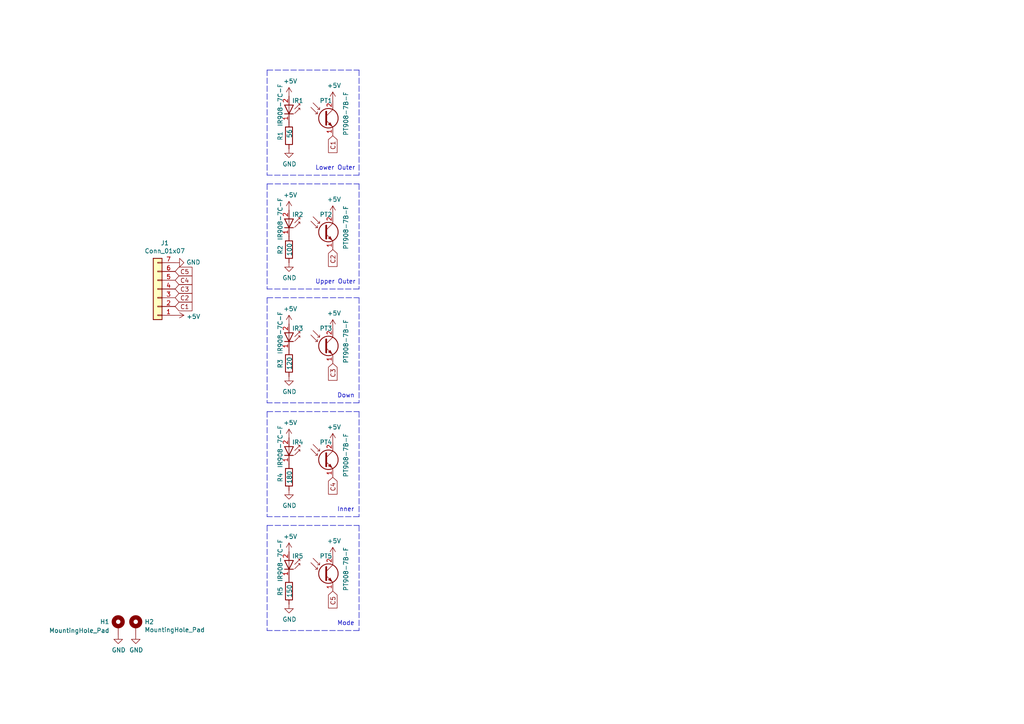
<source format=kicad_sch>
(kicad_sch (version 20211123) (generator eeschema)
  (paper "A4")
  (lib_symbols
    (symbol "Connector_Generic:Conn_01x07" (pin_names (offset 1.016) hide)
      (property "Reference" "J" (at 0 10.16 0))
      (property "Value" "Conn_01x07" (at 0 -10.16 0))
      (symbol "Conn_01x07_1_1"
        (rectangle (start -1.27 -7.493) (end 0 -7.747) (stroke (width 0.1524)))
        (rectangle (start -1.27 -4.953) (end 0 -5.207) (stroke (width 0.1524)))
        (rectangle (start -1.27 -2.413) (end 0 -2.667) (stroke (width 0.1524)))
        (rectangle (start -1.27 0.127) (end 0 -0.127) (stroke (width 0.1524)))
        (rectangle (start -1.27 2.667) (end 0 2.413) (stroke (width 0.1524)))
        (rectangle (start -1.27 5.207) (end 0 4.953) (stroke (width 0.1524)))
        (rectangle (start -1.27 7.747) (end 0 7.493) (stroke (width 0.1524)))
        (rectangle (start -1.27 8.89) (end 1.27 -8.89) (stroke (width 0.254)) (fill (type background)))
        (pin passive line (at -5.08 7.62 0) (length 3.81) (name "Pin_1") (number "1"))
        (pin passive line (at -5.08 5.08 0) (length 3.81) (name "Pin_2") (number "2"))
        (pin passive line (at -5.08 2.54 0) (length 3.81) (name "Pin_3") (number "3"))
        (pin passive line (at -5.08 0 0) (length 3.81) (name "Pin_4") (number "4"))
        (pin passive line (at -5.08 -2.54 0) (length 3.81) (name "Pin_5") (number "5"))
        (pin passive line (at -5.08 -5.08 0) (length 3.81) (name "Pin_6") (number "6"))
        (pin passive line (at -5.08 -7.62 0) (length 3.81) (name "Pin_7") (number "7"))
      )
    )
    (symbol "Device:R" (pin_numbers hide) (pin_names (offset 0))
      (property "Reference" "R" (at 2.032 0 90))
      (property "Value" "R" (at 0 0 90))
      (symbol "R_0_1"
        (rectangle (start -1.016 -2.54) (end 1.016 2.54) (stroke (width 0.254)))
      )
      (symbol "R_1_1"
        (pin passive line (at 0 3.81 270) (length 1.27) (name "~") (number "1"))
        (pin passive line (at 0 -3.81 90) (length 1.27) (name "~") (number "2"))
      )
    )
    (symbol "Mechanical:MountingHole_Pad" (pin_numbers hide) (pin_names (offset 1.016) hide)
      (property "Reference" "H" (at 0 6.35 0))
      (property "Value" "MountingHole_Pad" (at 0 4.445 0))
      (symbol "MountingHole_Pad_0_1"
        (circle (center 0 1.27) (radius 1.27) (stroke (width 1.27)))
      )
      (symbol "MountingHole_Pad_1_1"
        (pin input line (at 0 -2.54 90) (length 2.54) (name "1") (number "1"))
      )
    )
    (symbol "lalboard:IR908-7C-F" (pin_names (offset 1.016) hide)
      (property "Reference" "D" (at 1.778 3.048 0))
      (property "Value" "IR908-7C-F" (at -1.016 -2.794 0))
      (symbol "IR908-7C-F_0_1"
        (polyline (pts (xy -2.54 0) (xy 0 0)))
        (polyline (pts (xy -2.54 1.27) (xy -2.54 -1.27)) (stroke (width 0.254)))
        (polyline (pts (xy 0.381 3.175) (xy -0.127 3.175)))
        (polyline (pts (xy -1.143 1.651) (xy 0.381 3.175) (xy 0.381 2.667)))
        (polyline (pts (xy 0 -1.27) (xy 0 1.27) (xy -2.54 0) (xy 0 -1.27)) (stroke (width 0.254)))
        (polyline (pts (xy -2.413 1.651) (xy -0.889 3.175) (xy -0.889 2.667) (xy -0.889 3.175) (xy -1.397 3.175)))
      )
      (symbol "IR908-7C-F_1_1"
        (pin passive line (at -5.08 0 0) (length 2.54) (name "K") (number "1"))
        (pin passive line (at 2.54 0 180) (length 2.54) (name "A") (number "2"))
      )
    )
    (symbol "lalboard:PT908-7B-F" (pin_names (offset 0) hide)
      (property "Reference" "Q" (at 5.08 1.27 0))
      (property "Value" "PT908-7B-F" (at 5.08 -1.27 0))
      (symbol "PT908-7B-F_0_1"
        (polyline (pts (xy -1.905 1.27) (xy -2.54 1.27)))
        (polyline (pts (xy -1.27 2.54) (xy -1.905 2.54)))
        (polyline (pts (xy 0.635 0.635) (xy 2.54 2.54)))
        (polyline (pts (xy -3.81 3.175) (xy -1.905 1.27) (xy -1.905 1.905)))
        (polyline (pts (xy -3.175 4.445) (xy -1.27 2.54) (xy -1.27 3.175)))
        (polyline (pts (xy 0.635 -0.635) (xy 2.54 -2.54) (xy 2.54 -2.54)))
        (polyline (pts (xy 0.635 1.905) (xy 0.635 -1.905) (xy 0.635 -1.905)) (stroke (width 0.508)))
        (polyline (pts (xy 1.27 -1.778) (xy 1.778 -1.27) (xy 2.286 -2.286) (xy 1.27 -1.778) (xy 1.27 -1.778)) (fill (type outline)))
        (circle (center 1.27 0) (radius 2.8194) (stroke (width 0.254)))
      )
      (symbol "PT908-7B-F_1_1"
        (pin passive line (at 2.54 -5.08 90) (length 2.54) (name "E") (number "1"))
        (pin passive line (at 2.54 5.08 270) (length 2.54) (name "C") (number "2"))
      )
    )
    (symbol "power:+5V" (power) (pin_names (offset 0))
      (property "Value" "+5V" (at 0 3.556 0))
      (symbol "+5V_0_1"
        (polyline (pts (xy -0.762 1.27) (xy 0 2.54)))
        (polyline (pts (xy 0 0) (xy 0 2.54)))
        (polyline (pts (xy 0 2.54) (xy 0.762 1.27)))
      )
      (symbol "+5V_1_1"
        (pin power_in line (at 0 0 90) (length 0) hide (name "+5V") (number "1"))
      )
    )
    (symbol "power:GND" (power) (pin_names (offset 0))
      (property "Value" "GND" (at 0 -3.81 0))
      (symbol "GND_0_1"
        (polyline (pts (xy 0 0) (xy 0 -1.27) (xy 1.27 -1.27) (xy 0 -2.54) (xy -1.27 -1.27) (xy 0 -1.27)))
      )
      (symbol "GND_1_1"
        (pin power_in line (at 0 0 270) (length 0) hide (name "GND") (number "1"))
      )
    )
  )
  (polyline (pts (xy 77.47 119.38) (xy 77.47 149.86)))
  (polyline (pts (xy 104.14 83.82) (xy 77.47 83.82)))
  (polyline (pts (xy 104.14 20.32) (xy 104.14 50.8)))
  (polyline (pts (xy 104.14 152.4) (xy 104.14 182.88)))
  (polyline (pts (xy 104.14 182.88) (xy 77.47 182.88)))
  (polyline (pts (xy 77.47 86.36) (xy 104.14 86.36)))
  (polyline (pts (xy 77.47 53.34) (xy 77.47 83.82)))
  (polyline (pts (xy 104.14 86.36) (xy 104.14 116.84)))
  (polyline (pts (xy 77.47 152.4) (xy 104.14 152.4)))
  (polyline (pts (xy 104.14 149.86) (xy 77.47 149.86)))
  (polyline (pts (xy 77.47 20.32) (xy 104.14 20.32)))
  (polyline (pts (xy 77.47 20.32) (xy 77.47 50.8)))
  (polyline (pts (xy 77.47 86.36) (xy 77.47 116.84)))
  (polyline (pts (xy 77.47 119.38) (xy 104.14 119.38)))
  (polyline (pts (xy 104.14 50.8) (xy 77.47 50.8)))
  (polyline (pts (xy 77.47 53.34) (xy 104.14 53.34)))
  (polyline (pts (xy 104.14 119.38) (xy 104.14 149.86)))
  (polyline (pts (xy 104.14 53.34) (xy 104.14 83.82)))
  (polyline (pts (xy 77.47 152.4) (xy 77.47 182.88)))
  (polyline (pts (xy 104.14 116.84) (xy 77.47 116.84)))
  (text "Lower Outer" (at 91.44 49.53 0) (effects (font (size 1.27 1.27)) (justify left bottom)))
  (text "Inner" (at 97.79 148.59 0) (effects (font (size 1.27 1.27)) (justify left bottom)))
  (text "Upper Outer" (at 91.44 82.55 0) (effects (font (size 1.27 1.27)) (justify left bottom)))
  (text "Down" (at 97.79 115.57 0) (effects (font (size 1.27 1.27)) (justify left bottom)))
  (text "Mode" (at 97.79 181.61 0) (effects (font (size 1.27 1.27)) (justify left bottom)))
  (global_label "C2" (shape input) (at 96.52 72.39 270) (property "Intersheet References" "${INTERSHEET_REFS}" (effects hide)))
  (global_label "C5" (shape input) (at 50.8 78.74 0) (property "Intersheet References" "${INTERSHEET_REFS}" (effects hide)))
  (global_label "C5" (shape input) (at 96.52 171.45 270) (property "Intersheet References" "${INTERSHEET_REFS}" (effects hide)))
  (global_label "C3" (shape input) (at 50.8 83.82 0) (property "Intersheet References" "${INTERSHEET_REFS}" (effects hide)))
  (global_label "C1" (shape input) (at 96.52 39.37 270) (property "Intersheet References" "${INTERSHEET_REFS}" (effects hide)))
  (global_label "C4" (shape input) (at 96.52 138.43 270) (property "Intersheet References" "${INTERSHEET_REFS}" (effects hide)))
  (global_label "C3" (shape input) (at 96.52 105.41 270) (property "Intersheet References" "${INTERSHEET_REFS}" (effects hide)))
  (global_label "C1" (shape input) (at 50.8 88.9 0) (property "Intersheet References" "${INTERSHEET_REFS}" (effects hide)))
  (global_label "C4" (shape input) (at 50.8 81.28 0) (property "Intersheet References" "${INTERSHEET_REFS}" (effects hide)))
  (global_label "C2" (shape input) (at 50.8 86.36 0) (property "Intersheet References" "${INTERSHEET_REFS}" (effects hide)))
  (symbol (lib_id "Connector_Generic:Conn_01x07") (at 45.72 83.82 180) (unit 1)
    (property "Reference" "J1" (at 47.8028 70.485 0))
    (property "Value" "Conn_01x07" (at 47.8028 72.7964 0))
    (property "Footprint" "lalboard:JST_ZH_B7B-ZR_1x07_P1.50mm_Vertical" (effects hide))
  )
  (symbol (lib_id "lalboard:IR908-7C-F") (at 83.82 30.48 270) (mirror x) (unit 1)
    (property "Reference" "IR1" (at 86.36 29.21 90))
    (property "Value" "IR908-7C-F" (at 81.28 30.48 0))
    (property "Footprint" "lalboard:IR908-7C-F" (effects hide))
    (property "Datasheet" "https://www.everlight.com/file/ProductFile/201407052136280483.pdf" (effects hide))
  )
  (symbol (lib_id "lalboard:PT908-7B-F") (at 93.98 34.29 0) (unit 1)
    (property "Reference" "PT1" (at 92.71 29.21 0) (effects (justify left)))
    (property "Value" "PT908-7B-F" (at 100.33 39.37 90) (effects (justify left)))
    (property "Footprint" "lalboard:PT908-7C-F" (effects hide))
    (property "Datasheet" "https://www.everlight.com/file/ProductFile/PT908-7B-F.pdf" (effects hide))
  )
  (symbol (lib_id "Device:R") (at 83.82 39.37 180) (unit 1)
    (property "Reference" "R1" (at 81.28 38.1 90) (effects (justify left)))
    (property "Value" "56" (at 83.9724 37.4396 90) (effects (justify left)))
    (property "Footprint" "Resistor_SMD:R_1206_3216Metric_Pad1.42x1.75mm_HandSolder" (effects hide))
  )
  (symbol (lib_id "power:+5V") (at 83.82 27.94 0) (unit 1)
    (property "Reference" "#PWR08" (effects hide))
    (property "Value" "+5V" (at 84.201 23.5458 0))
  )
  (symbol (lib_id "power:+5V") (at 96.52 29.21 0) (unit 1)
    (property "Reference" "#PWR013" (effects hide))
    (property "Value" "+5V" (at 96.901 24.8158 0))
  )
  (symbol (lib_id "power:GND") (at 83.82 43.18 0) (unit 1)
    (property "Reference" "#PWR03" (effects hide))
    (property "Value" "GND" (at 83.947 47.5742 0))
  )
  (symbol (lib_id "power:GND") (at 50.8 76.2 90) (unit 1)
    (property "Reference" "#PWR01" (effects hide))
    (property "Value" "GND" (at 54.0512 76.073 90) (effects (justify right)))
  )
  (symbol (lib_id "power:+5V") (at 50.8 91.44 270) (unit 1)
    (property "Reference" "#PWR02" (effects hide))
    (property "Value" "+5V" (at 54.0512 91.821 90) (effects (justify left)))
  )
  (symbol (lib_id "lalboard:PT908-7B-F") (at 93.98 67.31 0) (unit 1)
    (property "Reference" "PT2" (at 92.71 62.23 0) (effects (justify left)))
    (property "Value" "PT908-7B-F" (at 100.33 72.39 90) (effects (justify left)))
    (property "Footprint" "lalboard:PT908-7C-F" (effects hide))
    (property "Datasheet" "https://www.everlight.com/file/ProductFile/PT908-7B-F.pdf" (effects hide))
  )
  (symbol (lib_id "power:+5V") (at 83.82 60.96 0) (unit 1)
    (property "Reference" "#PWR0101" (effects hide))
    (property "Value" "+5V" (at 84.201 56.5658 0))
  )
  (symbol (lib_id "Device:R") (at 83.82 72.39 180) (unit 1)
    (property "Reference" "R2" (at 81.28 71.12 90) (effects (justify left)))
    (property "Value" "100" (at 83.9724 70.4596 90) (effects (justify left)))
    (property "Footprint" "Resistor_SMD:R_1206_3216Metric_Pad1.42x1.75mm_HandSolder" (effects hide))
  )
  (symbol (lib_id "lalboard:IR908-7C-F") (at 83.82 63.5 270) (mirror x) (unit 1)
    (property "Reference" "IR2" (at 86.36 62.23 90))
    (property "Value" "IR908-7C-F" (at 81.28 63.5 0))
    (property "Footprint" "lalboard:IR908-7C-F" (effects hide))
    (property "Datasheet" "https://www.everlight.com/file/ProductFile/201407052136280483.pdf" (effects hide))
  )
  (symbol (lib_id "power:GND") (at 83.82 76.2 0) (unit 1)
    (property "Reference" "#PWR0102" (effects hide))
    (property "Value" "GND" (at 83.947 80.5942 0))
  )
  (symbol (lib_id "power:+5V") (at 96.52 62.23 0) (unit 1)
    (property "Reference" "#PWR0103" (effects hide))
    (property "Value" "+5V" (at 96.901 57.8358 0))
  )
  (symbol (lib_id "lalboard:PT908-7B-F") (at 93.98 100.33 0) (unit 1)
    (property "Reference" "PT3" (at 92.71 95.25 0) (effects (justify left)))
    (property "Value" "PT908-7B-F" (at 100.33 105.41 90) (effects (justify left)))
    (property "Footprint" "lalboard:PT908-7C-F" (effects hide))
    (property "Datasheet" "https://www.everlight.com/file/ProductFile/PT908-7B-F.pdf" (effects hide))
  )
  (symbol (lib_id "power:+5V") (at 83.82 93.98 0) (unit 1)
    (property "Reference" "#PWR0104" (effects hide))
    (property "Value" "+5V" (at 84.201 89.5858 0))
  )
  (symbol (lib_id "Device:R") (at 83.82 105.41 180) (unit 1)
    (property "Reference" "R3" (at 81.28 104.14 90) (effects (justify left)))
    (property "Value" "120" (at 83.9724 103.4796 90) (effects (justify left)))
    (property "Footprint" "Resistor_SMD:R_1206_3216Metric_Pad1.42x1.75mm_HandSolder" (effects hide))
  )
  (symbol (lib_id "lalboard:IR908-7C-F") (at 83.82 96.52 270) (mirror x) (unit 1)
    (property "Reference" "IR3" (at 86.36 95.25 90))
    (property "Value" "IR908-7C-F" (at 81.28 96.52 0))
    (property "Footprint" "lalboard:IR908-7C-F" (effects hide))
    (property "Datasheet" "https://www.everlight.com/file/ProductFile/201407052136280483.pdf" (effects hide))
  )
  (symbol (lib_id "power:GND") (at 83.82 109.22 0) (unit 1)
    (property "Reference" "#PWR0105" (effects hide))
    (property "Value" "GND" (at 83.947 113.6142 0))
  )
  (symbol (lib_id "power:+5V") (at 96.52 95.25 0) (unit 1)
    (property "Reference" "#PWR0106" (effects hide))
    (property "Value" "+5V" (at 96.901 90.8558 0))
  )
  (symbol (lib_id "lalboard:PT908-7B-F") (at 93.98 133.35 0) (unit 1)
    (property "Reference" "PT4" (at 92.71 128.27 0) (effects (justify left)))
    (property "Value" "PT908-7B-F" (at 100.33 138.43 90) (effects (justify left)))
    (property "Footprint" "lalboard:PT908-7C-F" (effects hide))
    (property "Datasheet" "https://www.everlight.com/file/ProductFile/PT908-7B-F.pdf" (effects hide))
  )
  (symbol (lib_id "power:+5V") (at 83.82 127 0) (unit 1)
    (property "Reference" "#PWR0107" (effects hide))
    (property "Value" "+5V" (at 84.201 122.6058 0))
  )
  (symbol (lib_id "Device:R") (at 83.82 138.43 180) (unit 1)
    (property "Reference" "R4" (at 81.28 137.16 90) (effects (justify left)))
    (property "Value" "180" (at 83.9724 136.4996 90) (effects (justify left)))
    (property "Footprint" "Resistor_SMD:R_1206_3216Metric_Pad1.42x1.75mm_HandSolder" (effects hide))
  )
  (symbol (lib_id "lalboard:IR908-7C-F") (at 83.82 129.54 270) (mirror x) (unit 1)
    (property "Reference" "IR4" (at 86.36 128.27 90))
    (property "Value" "IR908-7C-F" (at 81.28 129.54 0))
    (property "Footprint" "lalboard:IR908-7C-F" (effects hide))
    (property "Datasheet" "https://www.everlight.com/file/ProductFile/201407052136280483.pdf" (effects hide))
  )
  (symbol (lib_id "power:GND") (at 83.82 142.24 0) (unit 1)
    (property "Reference" "#PWR0108" (effects hide))
    (property "Value" "GND" (at 83.947 146.6342 0))
  )
  (symbol (lib_id "power:+5V") (at 96.52 128.27 0) (unit 1)
    (property "Reference" "#PWR0109" (effects hide))
    (property "Value" "+5V" (at 96.901 123.8758 0))
  )
  (symbol (lib_id "lalboard:PT908-7B-F") (at 93.98 166.37 0) (unit 1)
    (property "Reference" "PT5" (at 92.71 161.29 0) (effects (justify left)))
    (property "Value" "PT908-7B-F" (at 100.33 171.45 90) (effects (justify left)))
    (property "Footprint" "lalboard:PT908-7C-F" (effects hide))
    (property "Datasheet" "https://www.everlight.com/file/ProductFile/PT908-7B-F.pdf" (effects hide))
  )
  (symbol (lib_id "power:+5V") (at 83.82 160.02 0) (unit 1)
    (property "Reference" "#PWR0110" (effects hide))
    (property "Value" "+5V" (at 84.201 155.6258 0))
  )
  (symbol (lib_id "Device:R") (at 83.82 171.45 180) (unit 1)
    (property "Reference" "R5" (at 81.28 170.18 90) (effects (justify left)))
    (property "Value" "150" (at 83.9724 169.5196 90) (effects (justify left)))
    (property "Footprint" "Resistor_SMD:R_1206_3216Metric_Pad1.42x1.75mm_HandSolder" (effects hide))
  )
  (symbol (lib_id "lalboard:IR908-7C-F") (at 83.82 162.56 270) (mirror x) (unit 1)
    (property "Reference" "IR5" (at 86.36 161.29 90))
    (property "Value" "IR908-7C-F" (at 81.28 162.56 0))
    (property "Footprint" "lalboard:IR908-7C-F" (effects hide))
    (property "Datasheet" "https://www.everlight.com/file/ProductFile/201407052136280483.pdf" (effects hide))
  )
  (symbol (lib_id "power:GND") (at 83.82 175.26 0) (unit 1)
    (property "Reference" "#PWR0111" (effects hide))
    (property "Value" "GND" (at 83.947 179.6542 0))
  )
  (symbol (lib_id "power:+5V") (at 96.52 161.29 0) (unit 1)
    (property "Reference" "#PWR0112" (effects hide))
    (property "Value" "+5V" (at 96.901 156.8958 0))
  )
  (symbol (lib_id "Mechanical:MountingHole_Pad") (at 34.29 181.61 0) (unit 1)
    (property "Reference" "H1" (at 31.75 180.34 0) (effects (justify right)))
    (property "Value" "MountingHole_Pad" (at 31.75 182.88 0) (effects (justify right)))
    (property "Footprint" "MountingHole:MountingHole_3.2mm_M3_Pad" (effects hide))
  )
  (symbol (lib_id "Mechanical:MountingHole_Pad") (at 39.37 181.61 0) (unit 1)
    (property "Reference" "H2" (at 41.91 180.3654 0) (effects (justify left)))
    (property "Value" "MountingHole_Pad" (at 41.91 182.6768 0) (effects (justify left)))
    (property "Footprint" "MountingHole:MountingHole_3.2mm_M3_Pad" (effects hide))
  )
  (symbol (lib_id "power:GND") (at 34.29 184.15 0) (unit 1)
    (property "Reference" "#PWR0113" (effects hide))
    (property "Value" "GND" (at 34.417 188.5442 0))
  )
  (symbol (lib_id "power:GND") (at 39.37 184.15 0) (unit 1)
    (property "Reference" "#PWR0114" (effects hide))
    (property "Value" "GND" (at 39.497 188.5442 0))
  )
)
</source>
